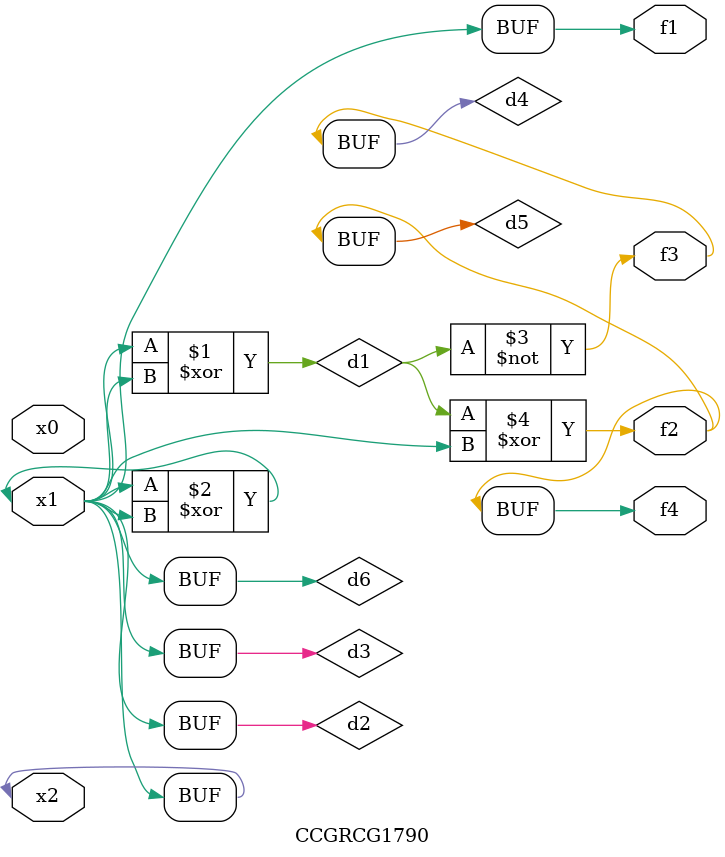
<source format=v>
module CCGRCG1790(
	input x0, x1, x2,
	output f1, f2, f3, f4
);

	wire d1, d2, d3, d4, d5, d6;

	xor (d1, x1, x2);
	buf (d2, x1, x2);
	xor (d3, x1, x2);
	nor (d4, d1);
	xor (d5, d1, d2);
	buf (d6, d2, d3);
	assign f1 = d6;
	assign f2 = d5;
	assign f3 = d4;
	assign f4 = d5;
endmodule

</source>
